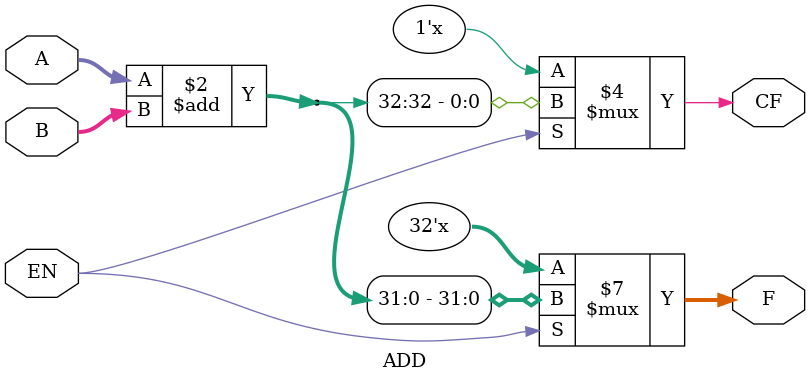
<source format=v>
`timescale 1ns / 1ps


module ADD(F, CF, A, B, EN);
  parameter SIZE = 32;
  output reg [SIZE-1:0] F;
  output reg CF;
  input [SIZE-1:0] A, B;
  input EN;
  
  always @(A, B, EN) begin
    if (EN) begin
      {CF,F}=A+B;
    end
    else begin
      F <= 32'bz;
      CF <= 1'bz;
    end
  end
endmodule


</source>
